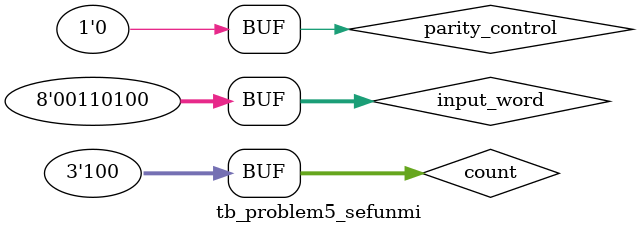
<source format=v>


`timescale 1ns/100ps 

////////////////////////////////////////////////////////////////////////////////////////////////////
// Filename:    tb_decoder4to16.v
// Author:      Jason Thweatt
// Date:        02 June 2017
// Version:     1
// Description: This file contains a test bench for the 4-to-16 decoder.
//              We are using it here as an introduction to the ModelSim environment.
//              The testbench is defined behaviorally. It uses a procedure to define the input
//              waveform.

// Testbenches don't have arguments. Instead, the values that we want to modify are regs. ANY VALUE
// THAT IS THE TARGET OF A PROCEDURE MUST BE A REG. The values that we wish to observe are wires.

module tb_problem5_sefunmi();
   reg parity_control;
   reg [7:0] input_word;
   wire [8:0] output_word;
   reg [2:0] count;

// Instantiate the decoder (the identifier is DUT, or Device Under Test)

   problem5_sefunmi DUT1(parity_control,input_word,output_word);

// Test input waveform - defined as an initial block (procedure)

   initial begin
      input_word = 8'b0110100;	
      parity_control = 1'b0;
      #20;  			// Wait for 20 ns
    	
      for(count = 0; count < 4; count = count + 1) begin
	 input_word[0] = count[1];
         parity_control = count[0];	
         #20;
      end

      input_word = 8'b0110100;
      parity_control = 1'b0;
      #20;			// Wait for 20 ns.
   end

endmodule
</source>
